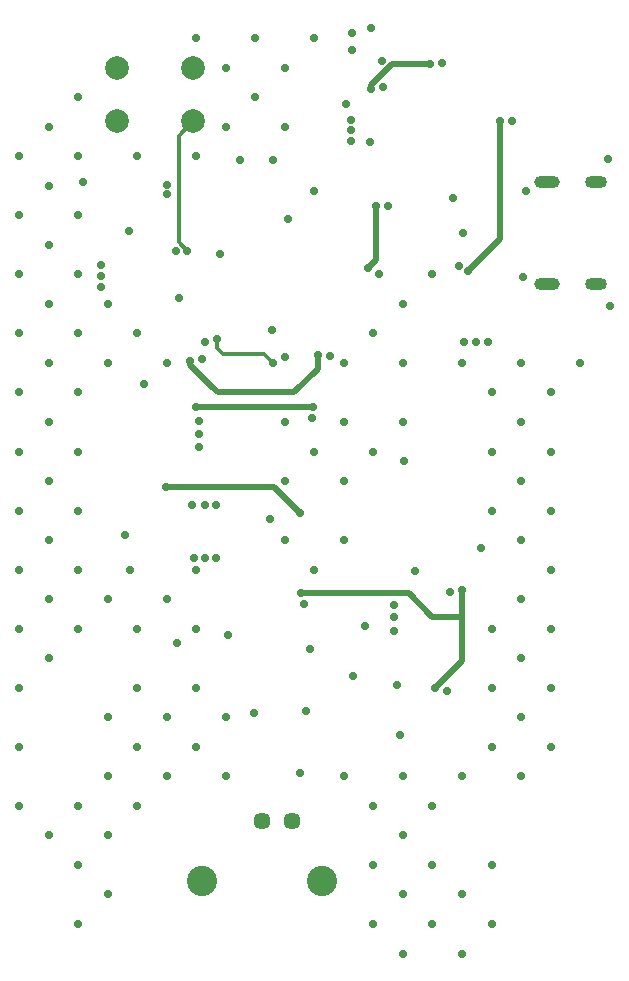
<source format=gbr>
%TF.GenerationSoftware,KiCad,Pcbnew,9.0.0*%
%TF.CreationDate,2025-02-25T08:09:40-06:00*%
%TF.ProjectId,Fatigue Test Board,46617469-6775-4652-9054-65737420426f,-*%
%TF.SameCoordinates,Original*%
%TF.FileFunction,Copper,L4,Bot*%
%TF.FilePolarity,Positive*%
%FSLAX46Y46*%
G04 Gerber Fmt 4.6, Leading zero omitted, Abs format (unit mm)*
G04 Created by KiCad (PCBNEW 9.0.0) date 2025-02-25 08:09:40*
%MOMM*%
%LPD*%
G01*
G04 APERTURE LIST*
%TA.AperFunction,ComponentPad*%
%ADD10C,1.447800*%
%TD*%
%TA.AperFunction,ComponentPad*%
%ADD11C,2.565400*%
%TD*%
%TA.AperFunction,ComponentPad*%
%ADD12O,2.150000X1.050000*%
%TD*%
%TA.AperFunction,ComponentPad*%
%ADD13O,1.850000X1.050000*%
%TD*%
%TA.AperFunction,ComponentPad*%
%ADD14C,2.000000*%
%TD*%
%TA.AperFunction,ViaPad*%
%ADD15C,0.700000*%
%TD*%
%TA.AperFunction,Conductor*%
%ADD16C,0.500000*%
%TD*%
%TA.AperFunction,Conductor*%
%ADD17C,0.300000*%
%TD*%
G04 APERTURE END LIST*
D10*
%TO.P,J300,1,In*%
%TO.N,/ADC/IN*%
X140507400Y-127210903D03*
%TO.P,J300,2,Ext*%
%TO.N,GND*%
X143047400Y-127210903D03*
D11*
%TO.P,J300,3*%
%TO.N,N/C*%
X135427400Y-132290903D03*
%TO.P,J300,4*%
X145587400Y-132290903D03*
%TD*%
D12*
%TO.P,J200,SH1,SHIELD*%
%TO.N,unconnected-(J200-SHIELD-PadSH1)*%
X164677500Y-81752500D03*
%TO.P,J200,SH2,SHIELD__1*%
%TO.N,unconnected-(J200-SHIELD__1-PadSH2)*%
X164677500Y-73112500D03*
D13*
%TO.P,J200,SH3,SHIELD__2*%
%TO.N,unconnected-(J200-SHIELD__2-PadSH3)*%
X168827500Y-81752500D03*
%TO.P,J200,SH4,SHIELD__3*%
%TO.N,unconnected-(J200-SHIELD__3-PadSH4)*%
X168827500Y-73112500D03*
%TD*%
D14*
%TO.P,SW200,1,1*%
%TO.N,GND*%
X128215000Y-63432500D03*
X134715000Y-63432500D03*
%TO.P,SW200,2,2*%
%TO.N,/MCU/NRST*%
X128215000Y-67932500D03*
X134715000Y-67932500D03*
%TD*%
D15*
%TO.N,GND*%
X142465000Y-68432500D03*
X137465000Y-63432500D03*
X134965000Y-60932500D03*
X139965000Y-60932500D03*
X144965000Y-60932500D03*
X142465000Y-63432500D03*
X139965000Y-65932500D03*
X137465000Y-68432500D03*
X134965000Y-70932500D03*
X124965000Y-75932500D03*
X124965000Y-80932500D03*
X129965000Y-70932500D03*
X124965000Y-65932500D03*
X122465000Y-68432500D03*
X124965000Y-70932500D03*
X119965000Y-70932500D03*
X122465000Y-73432500D03*
X122465000Y-78432500D03*
X119965000Y-75932500D03*
X119965000Y-80932500D03*
X127465000Y-83432500D03*
X122465000Y-83432500D03*
X124965000Y-85932500D03*
X129965000Y-85932500D03*
X132465000Y-88432500D03*
X127465000Y-88432500D03*
X124965000Y-90932500D03*
X124965000Y-95932500D03*
X124965000Y-100932500D03*
X124965000Y-105932500D03*
X122465000Y-103432500D03*
X122465000Y-98432500D03*
X122465000Y-93432500D03*
X122465000Y-88432500D03*
X119965000Y-85932500D03*
X119965000Y-90932500D03*
X119965000Y-95932500D03*
X119965000Y-100932500D03*
X119965000Y-105932500D03*
X124965000Y-110932500D03*
X122465000Y-113432500D03*
X127465000Y-133432500D03*
X124965000Y-135932500D03*
X124965000Y-130932500D03*
X129965000Y-125932500D03*
X127465000Y-128432500D03*
X124965000Y-125932500D03*
X122465000Y-128432500D03*
X119965000Y-125932500D03*
X119965000Y-120932500D03*
X119965000Y-115932500D03*
X119965000Y-110932500D03*
X122465000Y-108432500D03*
X134965000Y-105932500D03*
X132465000Y-108432500D03*
X127465000Y-108432500D03*
X134965000Y-110932500D03*
X129965000Y-110932500D03*
X134965000Y-115932500D03*
X129965000Y-115932500D03*
X127465000Y-118432500D03*
X137465000Y-118432500D03*
X132465000Y-118432500D03*
X134965000Y-120932500D03*
X129965000Y-120932500D03*
X127465000Y-123432500D03*
X132465000Y-123432500D03*
X137465000Y-123432500D03*
X142465000Y-103432500D03*
X144965000Y-105932500D03*
X147465000Y-103432500D03*
X147465000Y-93432500D03*
X142465000Y-93432500D03*
X144965000Y-95932500D03*
X142465000Y-98432500D03*
X147465000Y-98432500D03*
X149965000Y-95932500D03*
X152465000Y-93432500D03*
X154965000Y-80932500D03*
X152465000Y-83432500D03*
X149965000Y-85932500D03*
X147465000Y-88432500D03*
X152465000Y-88432500D03*
X159965000Y-135932500D03*
X157465000Y-138432500D03*
X152465000Y-138432500D03*
X149965000Y-135932500D03*
X154965000Y-135932500D03*
X152465000Y-133432500D03*
X157465000Y-133432500D03*
X159965000Y-130932500D03*
X152465000Y-128432500D03*
X149965000Y-130932500D03*
X154965000Y-130932500D03*
X154965000Y-125932500D03*
X149965000Y-125932500D03*
X147465000Y-123432500D03*
X152465000Y-123432500D03*
X157465000Y-123432500D03*
X164965000Y-120932500D03*
X164965000Y-115932500D03*
X164965000Y-100932500D03*
X164965000Y-110932500D03*
X164965000Y-105932500D03*
X159965000Y-110932500D03*
X159965000Y-115932500D03*
X159965000Y-120932500D03*
X162465000Y-123432500D03*
X162465000Y-118432500D03*
X162465000Y-113432500D03*
X162465000Y-108432500D03*
X162465000Y-103432500D03*
X159965000Y-100932500D03*
X162465000Y-98432500D03*
X162465000Y-93432500D03*
X164965000Y-95932500D03*
X159965000Y-95932500D03*
X159965000Y-90932500D03*
X164965000Y-90932500D03*
X167465000Y-88432500D03*
X162465000Y-88432500D03*
X157465000Y-88432500D03*
X132465000Y-74132500D03*
X132465000Y-73332500D03*
X125365000Y-73132500D03*
X129265000Y-77232500D03*
X141365000Y-85632500D03*
X156665000Y-74432500D03*
X129365000Y-105932500D03*
X128965000Y-103032500D03*
X139865000Y-118032500D03*
X144065000Y-108832500D03*
%TO.N,VCOM*%
X143865000Y-107932500D03*
%TO.N,GND*%
X151665000Y-111132500D03*
X151665000Y-109932500D03*
X151665000Y-108932500D03*
X153465000Y-106032500D03*
X159065000Y-104132500D03*
X152565000Y-96732500D03*
%TO.N,+3.3VA*%
X143765000Y-101132500D03*
X132365000Y-98932500D03*
%TO.N,GND*%
X144765000Y-93132500D03*
%TO.N,+5V*%
X144865000Y-92132500D03*
X134965000Y-92132500D03*
%TO.N,GND*%
X135165000Y-95532500D03*
X135165000Y-94432500D03*
X135165000Y-93332500D03*
X147665000Y-66532500D03*
X155765000Y-63032500D03*
%TO.N,+5V*%
X154765000Y-63132500D03*
X149765000Y-65232500D03*
%TO.N,GND*%
X150765000Y-65032500D03*
X150665000Y-62832500D03*
X149765000Y-60032500D03*
X148165000Y-60532500D03*
X148165000Y-61932500D03*
X148065000Y-67832500D03*
X148065000Y-68732500D03*
X148065000Y-69632500D03*
X149665000Y-69732500D03*
X144565000Y-112632500D03*
X133365000Y-112132500D03*
X137665000Y-111432500D03*
X136665000Y-104932500D03*
X135665000Y-104932500D03*
X134765000Y-104932500D03*
X136665000Y-100432500D03*
X135665000Y-100432500D03*
X134565000Y-100432500D03*
X130565000Y-90232500D03*
X135465000Y-88132500D03*
X146265000Y-87832500D03*
%TO.N,+3V3*%
X145265000Y-87732500D03*
X134465000Y-88232500D03*
%TO.N,GND*%
X142765000Y-76232500D03*
X144965000Y-73832500D03*
X141465000Y-71232500D03*
X138665000Y-71232500D03*
X133465000Y-82932500D03*
X126865000Y-82032500D03*
X126865000Y-81032500D03*
X126865000Y-80132500D03*
X159665000Y-86632500D03*
X158665000Y-86632500D03*
X157665000Y-86632500D03*
X162865000Y-73832500D03*
X169865000Y-71132500D03*
X169965000Y-83632500D03*
X162665000Y-81132500D03*
X141165000Y-101632500D03*
X156465000Y-107832500D03*
X156215000Y-116182500D03*
%TO.N,VCOM*%
X157465000Y-107682500D03*
X155215000Y-115932500D03*
%TO.N,GND*%
X149215000Y-110682500D03*
X148215000Y-114932500D03*
X151965000Y-115682500D03*
X152215000Y-119932500D03*
X144215000Y-117932500D03*
X143715000Y-123182500D03*
X133215000Y-78932500D03*
%TO.N,/MCU/NRST*%
X134215000Y-78932500D03*
%TO.N,GND*%
X136965000Y-79182500D03*
X135715000Y-86682500D03*
X142465000Y-87932500D03*
%TO.N,SPI1_NSS*%
X136715000Y-86432500D03*
X141465000Y-88432500D03*
%TO.N,GND*%
X151215000Y-75182500D03*
X150465000Y-80932500D03*
X157215000Y-80182500D03*
X161715000Y-67932500D03*
%TO.N,+3V3*%
X149465000Y-80432500D03*
X150215000Y-75182500D03*
%TO.N,+5V*%
X157965000Y-80682500D03*
X160715000Y-67932500D03*
%TO.N,GND*%
X157574886Y-77402500D03*
%TD*%
D16*
%TO.N,VCOM*%
X152965000Y-107932500D02*
X143865000Y-107932500D01*
X157465000Y-109932500D02*
X157465000Y-113682500D01*
X157465000Y-109932500D02*
X154965000Y-109932500D01*
X154965000Y-109932500D02*
X152965000Y-107932500D01*
%TO.N,+3.3VA*%
X143765000Y-101132500D02*
X141565000Y-98932500D01*
X141565000Y-98932500D02*
X132365000Y-98932500D01*
%TO.N,+5V*%
X134965000Y-92132500D02*
X144865000Y-92132500D01*
X149765000Y-64899714D02*
X151532214Y-63132500D01*
X151532214Y-63132500D02*
X154765000Y-63132500D01*
X149765000Y-65232500D02*
X149765000Y-64899714D01*
%TO.N,+3V3*%
X145265000Y-88932500D02*
X145265000Y-87732500D01*
X134465000Y-88632500D02*
X136265000Y-90432500D01*
X143265000Y-90932500D02*
X145265000Y-88932500D01*
X134465000Y-88232500D02*
X134465000Y-88632500D01*
X136265000Y-90432500D02*
X136765000Y-90932500D01*
X136765000Y-90932500D02*
X143265000Y-90932500D01*
%TO.N,VCOM*%
X157465000Y-107682500D02*
X157465000Y-109932500D01*
X157465000Y-113682500D02*
X155215000Y-115932500D01*
D17*
%TO.N,/MCU/NRST*%
X134215000Y-78932500D02*
X133465000Y-78182500D01*
X133465000Y-78182500D02*
X133465000Y-69182500D01*
X133465000Y-69182500D02*
X134715000Y-67932500D01*
%TO.N,SPI1_NSS*%
X140715000Y-87682500D02*
X141465000Y-88432500D01*
X136715000Y-86432500D02*
X136715000Y-87182500D01*
X137215000Y-87682500D02*
X140715000Y-87682500D01*
X136715000Y-87182500D02*
X137215000Y-87682500D01*
D16*
%TO.N,+3V3*%
X149465000Y-80432500D02*
X150215000Y-79682500D01*
X150215000Y-75932500D02*
X150215000Y-75182500D01*
X150215000Y-79682500D02*
X150215000Y-75932500D01*
%TO.N,+5V*%
X160715000Y-77932500D02*
X160715000Y-67932500D01*
X157965000Y-80682500D02*
X160715000Y-77932500D01*
%TD*%
M02*

</source>
